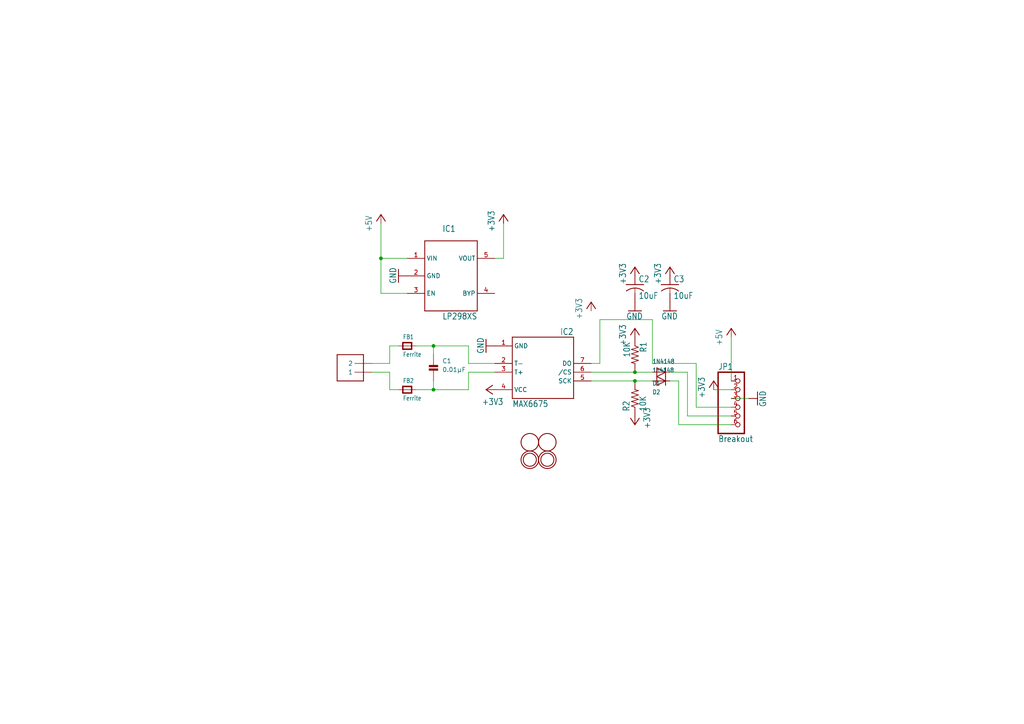
<source format=kicad_sch>
(kicad_sch (version 20230121) (generator eeschema)
  (paper "A4")
  (lib_symbols
    (symbol "Adafruit_MAX31855 v2-eagle-import:+3V3" (power)
      (property "Value" "+3V3" (at -2.54 -5.08 90))
      (symbol "+3V3_1_0"
        (polyline (pts (xy 0 0) (xy -1.27 -1.905)) (stroke (width 0.254)))
        (polyline (pts (xy 1.27 -1.905) (xy 0 0)) (stroke (width 0.254)))
        (pin power_in line (at 0 -2.54 90) (length 2.54) (name "+3V3") (number "1"))
      )
    )
    (symbol "Adafruit_MAX31855 v2-eagle-import:+5V" (power)
      (property "Value" "+5V" (at -2.54 -5.08 90))
      (symbol "+5V_1_0"
        (polyline (pts (xy 0 0) (xy -1.27 -1.905)) (stroke (width 0.254)))
        (polyline (pts (xy 1.27 -1.905) (xy 0 0)) (stroke (width 0.254)))
        (pin power_in line (at 0 -2.54 90) (length 2.54) (name "+5V") (number "1"))
      )
    )
    (symbol "Adafruit_MAX31855 v2-eagle-import:1X2-3.5MM"
      (symbol "1X2-3.5MM_1_0"
        (polyline (pts (xy -2.54 -2.54) (xy 5.08 -2.54)) (stroke (width 0.254)))
        (polyline (pts (xy -2.54 5.08) (xy -2.54 -2.54)) (stroke (width 0.254)))
        (polyline (pts (xy 5.08 -2.54) (xy 5.08 5.08)) (stroke (width 0.254)))
        (polyline (pts (xy 5.08 5.08) (xy -2.54 5.08)) (stroke (width 0.254)))
        (pin passive line (at -5.08 2.54 0) (length 5.08) (name "1") (number "1"))
        (pin passive line (at -5.08 0 0) (length 5.08) (name "2") (number "2"))
      )
    )
    (symbol "Adafruit_MAX31855 v2-eagle-import:C-USC0805K"
      (property "Reference" "C" (at 1.016 0.635 0))
      (symbol "C-USC0805K_1_0"
        (arc (start 0 -1.0161) (mid -1.302 -1.2303) (end -2.4668 -1.8504) (stroke (width 0.254)))
        (polyline (pts (xy -2.54 0) (xy 2.54 0)) (stroke (width 0.254)))
        (polyline (pts (xy 0 -1.016) (xy 0 -2.54)) (stroke (width 0.1524)))
        (arc (start 2.4892 -1.8541) (mid 1.3158 -1.2194) (end 0 -1) (stroke (width 0.254)))
        (pin passive line (at 0 2.54 270) (length 2.54) (name "1") (number "1"))
        (pin passive line (at 0 -5.08 90) (length 2.54) (name "2") (number "2"))
      )
    )
    (symbol "Adafruit_MAX31855 v2-eagle-import:CAP_CERAMIC_0805"
      (property "Reference" "C" (at 2.54 2.54 0))
      (symbol "CAP_CERAMIC_0805_1_0"
        (rectangle (start -1.27 0.508) (end 1.27 1.016) (fill (type outline)))
        (rectangle (start -1.27 1.524) (end 1.27 2.032) (fill (type outline)))
        (polyline (pts (xy 0 0.762) (xy 0 0)) (stroke (width 0.1524)))
        (polyline (pts (xy 0 2.54) (xy 0 1.778)) (stroke (width 0.1524)))
        (pin passive line (at 0 5.08 270) (length 2.54) (name "P$1") (number "1"))
        (pin passive line (at 0 -2.54 90) (length 2.54) (name "P$2") (number "2"))
      )
    )
    (symbol "Adafruit_MAX31855 v2-eagle-import:DIODESOD-323F"
      (property "Reference" "D" (at -2.54 2.54 0))
      (symbol "DIODESOD-323F_1_0"
        (polyline (pts (xy -1.27 -1.27) (xy 1.27 0)) (stroke (width 0.254)))
        (polyline (pts (xy -1.27 1.27) (xy -1.27 -1.27)) (stroke (width 0.254)))
        (polyline (pts (xy 1.27 0) (xy -1.27 1.27)) (stroke (width 0.254)))
        (polyline (pts (xy 1.27 0) (xy 1.27 -1.27)) (stroke (width 0.254)))
        (polyline (pts (xy 1.27 1.27) (xy 1.27 0)) (stroke (width 0.254)))
        (pin passive line (at -2.54 0 0) (length 2.54) (name "A") (number "A"))
        (pin passive line (at 2.54 0 180) (length 2.54) (name "C") (number "C"))
      )
    )
    (symbol "Adafruit_MAX31855 v2-eagle-import:FERRITE_0805"
      (property "Reference" "FB" (at -1.27 1.905 0))
      (symbol "FERRITE_0805_1_0"
        (polyline (pts (xy -1.27 -0.9525) (xy -1.27 0.9525)) (stroke (width 0.4064)))
        (polyline (pts (xy -1.27 0.9525) (xy 1.27 0.9525)) (stroke (width 0.4064)))
        (polyline (pts (xy 1.27 -0.9525) (xy -1.27 -0.9525)) (stroke (width 0.4064)))
        (polyline (pts (xy 1.27 0.9525) (xy 1.27 -0.9525)) (stroke (width 0.4064)))
        (pin passive line (at -2.54 0 0) (length 2.54) (name "P$1") (number "1"))
        (pin passive line (at 2.54 0 180) (length 2.54) (name "P$2") (number "2"))
      )
    )
    (symbol "Adafruit_MAX31855 v2-eagle-import:FIDUCIAL"
      (symbol "FIDUCIAL_1_0"
        (circle (center 0 0) (radius 2.54) (stroke (width 0.254)))
      )
    )
    (symbol "Adafruit_MAX31855 v2-eagle-import:GND" (power)
      (property "Value" "GND" (at -2.54 -2.54 0))
      (symbol "GND_1_0"
        (polyline (pts (xy -1.905 0) (xy 1.905 0)) (stroke (width 0.254)))
        (pin power_in line (at 0 2.54 270) (length 2.54) (name "GND") (number "1"))
      )
    )
    (symbol "Adafruit_MAX31855 v2-eagle-import:HEADER-1X676MIL"
      (property "Reference" "JP" (at -6.35 10.795 0))
      (symbol "HEADER-1X676MIL_1_0"
        (polyline (pts (xy -6.35 -7.62) (xy 1.27 -7.62)) (stroke (width 0.4064)))
        (polyline (pts (xy -6.35 10.16) (xy -6.35 -7.62)) (stroke (width 0.4064)))
        (polyline (pts (xy 1.27 -7.62) (xy 1.27 10.16)) (stroke (width 0.4064)))
        (polyline (pts (xy 1.27 10.16) (xy -6.35 10.16)) (stroke (width 0.4064)))
        (pin passive inverted (at -2.54 7.62 0) (length 2.54) (name "1") (number "1"))
        (pin passive inverted (at -2.54 5.08 0) (length 2.54) (name "2") (number "2"))
        (pin passive inverted (at -2.54 2.54 0) (length 2.54) (name "3") (number "3"))
        (pin passive inverted (at -2.54 0 0) (length 2.54) (name "4") (number "4"))
        (pin passive inverted (at -2.54 -2.54 0) (length 2.54) (name "5") (number "5"))
        (pin passive inverted (at -2.54 -5.08 0) (length 2.54) (name "6") (number "6"))
      )
    )
    (symbol "Adafruit_MAX31855 v2-eagle-import:LP298XS"
      (property "Reference" "IC" (at -12.7 -5.08 90))
      (symbol "LP298XS_1_0"
        (polyline (pts (xy -10.16 -10.16) (xy 10.16 -10.16)) (stroke (width 0.254)))
        (polyline (pts (xy -10.16 5.08) (xy -10.16 -10.16)) (stroke (width 0.254)))
        (polyline (pts (xy 10.16 -10.16) (xy 10.16 5.08)) (stroke (width 0.254)))
        (polyline (pts (xy 10.16 5.08) (xy -10.16 5.08)) (stroke (width 0.254)))
        (pin bidirectional line (at -5.08 -15.24 90) (length 5.08) (name "VIN") (number "1"))
        (pin bidirectional line (at 0 -15.24 90) (length 5.08) (name "GND") (number "2"))
        (pin bidirectional line (at 5.08 -15.24 90) (length 5.08) (name "EN") (number "3"))
        (pin bidirectional line (at 5.08 10.16 270) (length 5.08) (name "BYP") (number "4"))
        (pin bidirectional line (at -5.08 10.16 270) (length 5.08) (name "VOUT") (number "5"))
      )
    )
    (symbol "Adafruit_MAX31855 v2-eagle-import:MAX6675"
      (property "Reference" "IC" (at 10.16 7.62 0))
      (symbol "MAX6675_1_0"
        (polyline (pts (xy -7.62 -12.7) (xy -7.62 5.08)) (stroke (width 0.254)))
        (polyline (pts (xy -7.62 5.08) (xy 10.16 5.08)) (stroke (width 0.254)))
        (polyline (pts (xy 10.16 -12.7) (xy -7.62 -12.7)) (stroke (width 0.254)))
        (polyline (pts (xy 10.16 5.08) (xy 10.16 -12.7)) (stroke (width 0.254)))
        (pin power_in line (at -12.7 2.54 0) (length 5.08) (name "GND") (number "1"))
        (pin input line (at -12.7 -2.54 0) (length 5.08) (name "T-") (number "2"))
        (pin input line (at -12.7 -5.08 0) (length 5.08) (name "T+") (number "3"))
        (pin power_in line (at -12.7 -10.16 0) (length 5.08) (name "VCC") (number "4"))
        (pin input line (at 15.24 -7.62 180) (length 5.08) (name "SCK") (number "5"))
        (pin input line (at 15.24 -5.08 180) (length 5.08) (name "/CS") (number "6"))
        (pin output line (at 15.24 -2.54 180) (length 5.08) (name "DO") (number "7"))
      )
    )
    (symbol "Adafruit_MAX31855 v2-eagle-import:MOUNTINGHOLE2.0"
      (symbol "MOUNTINGHOLE2.0_1_0"
        (circle (center 0 0) (radius 1.905) (stroke (width 0.254)))
        (circle (center 0 0) (radius 2.54) (stroke (width 0.254)))
      )
    )
    (symbol "Adafruit_MAX31855 v2-eagle-import:R-US_R0805"
      (property "Reference" "R" (at -3.81 1.4986 0))
      (symbol "R-US_R0805_1_0"
        (polyline (pts (xy -2.54 0) (xy -2.159 1.016)) (stroke (width 0.2032)))
        (polyline (pts (xy -2.159 1.016) (xy -1.524 -1.016)) (stroke (width 0.2032)))
        (polyline (pts (xy -1.524 -1.016) (xy -0.889 1.016)) (stroke (width 0.2032)))
        (polyline (pts (xy -0.889 1.016) (xy -0.254 -1.016)) (stroke (width 0.2032)))
        (polyline (pts (xy -0.254 -1.016) (xy 0.381 1.016)) (stroke (width 0.2032)))
        (polyline (pts (xy 0.381 1.016) (xy 1.016 -1.016)) (stroke (width 0.2032)))
        (polyline (pts (xy 1.016 -1.016) (xy 1.651 1.016)) (stroke (width 0.2032)))
        (polyline (pts (xy 1.651 1.016) (xy 2.286 -1.016)) (stroke (width 0.2032)))
        (polyline (pts (xy 2.286 -1.016) (xy 2.54 0)) (stroke (width 0.2032)))
        (pin passive line (at -5.08 0 0) (length 2.54) (name "1") (number "1"))
        (pin passive line (at 5.08 0 180) (length 2.54) (name "2") (number "2"))
      )
    )
  )
  (junction (at 184.15 107.95))
  (junction (at 110.49 74.93))
  (junction (at 184.15 110.49))
  (junction (at 125.73 113.03))
  (junction (at 125.73 100.33))
  (wire (pts (xy 173.99 92.71) (xy 189.23 92.71)) (stroke (width 0.1524)))
  (wire (pts (xy 113.03 105.41) (xy 113.03 100.33)) (stroke (width 0.1524)))
  (wire (pts (xy 125.73 113.03) (xy 135.89 113.03)) (stroke (width 0.1524)))
  (wire (pts (xy 189.23 105.41) (xy 201.93 105.41)) (stroke (width 0.1524)))
  (wire (pts (xy 110.49 64.77) (xy 110.49 74.93)) (stroke (width 0.1524)))
  (wire (pts (xy 125.73 113.03) (xy 125.73 110.49)) (stroke (width 0.1524)))
  (wire (pts (xy 110.49 74.93) (xy 118.11 74.93)) (stroke (width 0.1524)))
  (wire (pts (xy 184.15 110.49) (xy 189.23 110.49)) (stroke (width 0.1524)))
  (wire (pts (xy 135.89 100.33) (xy 135.89 105.41)) (stroke (width 0.1524)))
  (wire (pts (xy 199.39 120.65) (xy 212.09 120.65)) (stroke (width 0.1524)))
  (wire (pts (xy 113.03 100.33) (xy 115.57 100.33)) (stroke (width 0.1524)))
  (wire (pts (xy 201.93 118.11) (xy 212.09 118.11)) (stroke (width 0.1524)))
  (wire (pts (xy 120.65 113.03) (xy 125.73 113.03)) (stroke (width 0.1524)))
  (wire (pts (xy 113.03 113.03) (xy 115.57 113.03)) (stroke (width 0.1524)))
  (wire (pts (xy 107.95 105.41) (xy 113.03 105.41)) (stroke (width 0.1524)))
  (wire (pts (xy 113.03 107.95) (xy 113.03 113.03)) (stroke (width 0.1524)))
  (wire (pts (xy 212.09 97.79) (xy 212.09 110.49)) (stroke (width 0.1524)))
  (wire (pts (xy 125.73 100.33) (xy 135.89 100.33)) (stroke (width 0.1524)))
  (wire (pts (xy 189.23 92.71) (xy 189.23 105.41)) (stroke (width 0.1524)))
  (wire (pts (xy 120.65 100.33) (xy 125.73 100.33)) (stroke (width 0.1524)))
  (wire (pts (xy 194.31 110.49) (xy 196.85 110.49)) (stroke (width 0.1524)))
  (wire (pts (xy 173.99 105.41) (xy 173.99 92.71)) (stroke (width 0.1524)))
  (wire (pts (xy 201.93 105.41) (xy 201.93 118.11)) (stroke (width 0.1524)))
  (wire (pts (xy 135.89 113.03) (xy 135.89 107.95)) (stroke (width 0.1524)))
  (wire (pts (xy 196.85 110.49) (xy 196.85 123.19)) (stroke (width 0.1524)))
  (wire (pts (xy 199.39 107.95) (xy 199.39 120.65)) (stroke (width 0.1524)))
  (wire (pts (xy 196.85 123.19) (xy 212.09 123.19)) (stroke (width 0.1524)))
  (wire (pts (xy 107.95 107.95) (xy 113.03 107.95)) (stroke (width 0.1524)))
  (wire (pts (xy 194.31 107.95) (xy 199.39 107.95)) (stroke (width 0.1524)))
  (wire (pts (xy 184.15 107.95) (xy 189.23 107.95)) (stroke (width 0.1524)))
  (wire (pts (xy 146.05 64.77) (xy 146.05 74.93)) (stroke (width 0.1524)))
  (wire (pts (xy 173.99 105.41) (xy 171.45 105.41)) (stroke (width 0.1524)))
  (wire (pts (xy 146.05 74.93) (xy 143.51 74.93)) (stroke (width 0.1524)))
  (wire (pts (xy 184.15 110.49) (xy 171.45 110.49)) (stroke (width 0.1524)))
  (wire (pts (xy 110.49 74.93) (xy 110.49 85.09)) (stroke (width 0.1524)))
  (wire (pts (xy 217.17 115.57) (xy 212.09 115.57)) (stroke (width 0.1524)))
  (wire (pts (xy 110.49 85.09) (xy 118.11 85.09)) (stroke (width 0.1524)))
  (wire (pts (xy 184.15 107.95) (xy 171.45 107.95)) (stroke (width 0.1524)))
  (wire (pts (xy 125.73 100.33) (xy 125.73 102.87)) (stroke (width 0.1524)))
  (wire (pts (xy 135.89 105.41) (xy 143.51 105.41)) (stroke (width 0.1524)))
  (wire (pts (xy 207.01 113.03) (xy 212.09 113.03)) (stroke (width 0.1524)))
  (wire (pts (xy 135.89 107.95) (xy 143.51 107.95)) (stroke (width 0.1524)))
  (symbol (lib_id "Adafruit_MAX31855 v2-eagle-import:FERRITE_0805") (at 118.11 113.03 0) (unit 1)
    (property "Reference" "FB2" (at 116.84 111.125 0) (effects (font (size 1.27 1.0795)) (justify left bottom)))
    (property "Value" "Ferrite" (at 116.84 116.205 0) (effects (font (size 1.27 1.0795)) (justify left bottom)))
    (property "Footprint" "Adafruit_MAX31855 v2:_0805" (effects hide))
    (instances (project "datalogger" (path "" (reference "FB2") (unit 1)) (path "" (reference "FB2") (unit 1)) (path "" (reference "FB4") (unit 1))) (project "Adafruit_MAX31855 v2" (path "" (reference "FB2") (unit 1))))
  )
  (symbol (lib_id "Adafruit_MAX31855 v2-eagle-import:CAP_CERAMIC_0805") (at 125.73 107.95 0) (unit 1)
    (property "Reference" "C1" (at 128.27 105.41 0) (effects (justify left bottom)))
    (property "Value" "0.01µF" (at 128.27 107.95 0) (effects (justify left bottom)))
    (property "Footprint" "Adafruit_MAX31855 v2:_0805" (effects hide))
    (instances (project "datalogger" (path "" (reference "C1") (unit 1)) (path "" (reference "C1") (unit 1)) (path "" (reference "C4") (unit 1))) (project "Adafruit_MAX31855 v2" (path "" (reference "C3") (unit 1))))
  )
  (symbol (lib_id "Adafruit_MAX31855 v2-eagle-import:GND") (at 219.71 115.57 90) (unit 1)
    (property "Reference" "#GND05" (effects hide))
    (property "Value" "GND" (at 222.25 118.11 0) (effects (font (size 1.778 1.5113)) (justify left bottom)))
    (instances (project "datalogger" (path "" (reference "#GND05") (unit 1)) (path "" (reference "#GND05") (unit 1)) (path "" (reference "#GND010") (unit 1))) (project "Adafruit_MAX31855 v2" (path "" (reference "#GND03") (unit 1))))
  )
  (symbol (lib_id "Adafruit_MAX31855 v2-eagle-import:+3V3") (at 171.45 87.63 0) (unit 1)
    (property "Reference" "#+3V03" (effects hide))
    (property "Value" "+3V3" (at 168.91 92.71 90) (effects (font (size 1.778 1.5113)) (justify left bottom)))
    (instances (project "datalogger" (path "" (reference "#+3V03") (unit 1)) (path "" (reference "#+3V03") (unit 1)) (path "" (reference "#+3V011") (unit 1))) (project "Adafruit_MAX31855 v2" (path "" (reference "#+3V02") (unit 1))))
  )
  (symbol (lib_id "Adafruit_MAX31855 v2-eagle-import:C-USC0805K") (at 194.31 82.55 0) (unit 1)
    (property "Reference" "C3" (at 195.326 81.915 0) (effects (font (size 1.778 1.5113)) (justify left bottom)))
    (property "Value" "10uF" (at 195.326 86.741 0) (effects (font (size 1.778 1.5113)) (justify left bottom)))
    (property "Footprint" "Adafruit_MAX31855 v2:C0805K" (effects hide))
    (instances (project "datalogger" (path "" (reference "C3") (unit 1)) (path "" (reference "C3") (unit 1)) (path "" (reference "C6") (unit 1))) (project "Adafruit_MAX31855 v2" (path "" (reference "C2") (unit 1))))
  )
  (symbol (lib_id "Adafruit_MAX31855 v2-eagle-import:DIODESOD-323F") (at 191.77 110.49 0) (mirror x) (unit 1)
    (property "Reference" "D2" (at 189.23 113.03 0) (effects (font (size 1.27 1.0795)) (justify left bottom)))
    (property "Value" "1n4148" (at 189.23 106.68 0) (effects (font (size 1.27 1.0795)) (justify left bottom)))
    (property "Footprint" "Adafruit_MAX31855 v2:SOD-323F" (effects hide))
    (instances (project "datalogger" (path "" (reference "D2") (unit 1)) (path "" (reference "D2") (unit 1)) (path "" (reference "D4") (unit 1))) (project "Adafruit_MAX31855 v2" (path "" (reference "D1") (unit 1))))
  )
  (symbol (lib_id "Adafruit_MAX31855 v2-eagle-import:MAX6675") (at 156.21 102.87 0) (unit 1)
    (property "Reference" "IC2" (at 166.37 95.25 0) (effects (font (size 1.778 1.5113)) (justify right top)))
    (property "Value" "MAX6675" (at 148.59 118.11 0) (effects (font (size 1.778 1.5113)) (justify left bottom)))
    (property "Footprint" "Adafruit_MAX31855 v2:SO08" (effects hide))
    (instances (project "datalogger" (path "" (reference "IC2") (unit 1)) (path "" (reference "IC2") (unit 1)) (path "" (reference "IC4") (unit 1))) (project "Adafruit_MAX31855 v2" (path "" (reference "IC1") (unit 1))))
  )
  (symbol (lib_id "Adafruit_MAX31855 v2-eagle-import:R-US_R0805") (at 184.15 102.87 270) (unit 1)
    (property "Reference" "R1" (at 185.6486 99.06 0) (effects (font (size 1.778 1.5113)) (justify left bottom)))
    (property "Value" "10K" (at 180.848 99.06 0) (effects (font (size 1.778 1.5113)) (justify left bottom)))
    (property "Footprint" "Adafruit_MAX31855 v2:R0805" (effects hide))
    (instances (project "datalogger" (path "" (reference "R1") (unit 1)) (path "" (reference "R1") (unit 1)) (path "" (reference "R3") (unit 1))) (project "Adafruit_MAX31855 v2" (path "" (reference "R2") (unit 1))))
  )
  (symbol (lib_id "Adafruit_MAX31855 v2-eagle-import:GND") (at 140.97 100.33 270) (unit 1)
    (property "Reference" "#GND02" (effects hide))
    (property "Value" "GND" (at 138.43 97.79 0) (effects (font (size 1.778 1.5113)) (justify left bottom)))
    (instances (project "datalogger" (path "" (reference "#GND02") (unit 1)) (path "" (reference "#GND02") (unit 1)) (path "" (reference "#GND07") (unit 1))) (project "Adafruit_MAX31855 v2" (path "" (reference "#GND01") (unit 1))))
  )
  (symbol (lib_id "Adafruit_MAX31855 v2-eagle-import:1X2-3.5MM") (at 102.87 105.41 180) (unit 1)
    (property "Reference" "J1" (effects hide))
    (property "Value" "1X2-3.5MM" (effects hide))
    (property "Footprint" "Adafruit_MAX31855 v2:1X2-3.5MM" (effects hide))
    (instances (project "datalogger" (path "" (reference "J1") (unit 1)) (path "" (reference "J1") (unit 1)) (path "" (reference "J2") (unit 1))) (project "Adafruit_MAX31855 v2" (path "" (reference "J1") (unit 1))))
  )
  (symbol (lib_id "Adafruit_MAX31855 v2-eagle-import:GND") (at 115.57 80.01 270) (unit 1)
    (property "Reference" "#GND01" (effects hide))
    (property "Value" "GND" (at 113.03 77.47 0) (effects (font (size 1.778 1.5113)) (justify left bottom)))
    (instances (project "datalogger" (path "" (reference "#GND01") (unit 1)) (path "" (reference "#GND01") (unit 1)) (path "" (reference "#GND06") (unit 1))) (project "Adafruit_MAX31855 v2" (path "" (reference "#GND07") (unit 1))))
  )
  (symbol (lib_id "Adafruit_MAX31855 v2-eagle-import:MOUNTINGHOLE2.0") (at 153.67 133.35 0) (unit 1)
    (property "Reference" "U$2" (effects hide))
    (property "Value" "MOUNTINGHOLE2.0" (effects hide))
    (property "Footprint" "Adafruit_MAX31855 v2:MOUNTINGHOLE_2.0_PLATED" (effects hide))
    (instances (project "datalogger" (path "" (reference "U$2") (unit 1)) (path "" (reference "U$2") (unit 1)) (path "" (reference "U$6") (unit 1))) (project "Adafruit_MAX31855 v2" (path "" (reference "U$4") (unit 1))))
  )
  (symbol (lib_id "Adafruit_MAX31855 v2-eagle-import:FIDUCIAL") (at 153.67 128.27 0) (unit 1)
    (property "Reference" "U$1" (effects hide))
    (property "Value" "FIDUCIAL" (effects hide))
    (property "Footprint" "Adafruit_MAX31855 v2:FIDUCIAL_1MM" (effects hide))
    (instances (project "datalogger" (path "" (reference "U$1") (unit 1)) (path "" (reference "U$1") (unit 1)) (path "" (reference "U$5") (unit 1))) (project "Adafruit_MAX31855 v2" (path "" (reference "U$1") (unit 1))))
  )
  (symbol (lib_id "Adafruit_MAX31855 v2-eagle-import:GND") (at 184.15 90.17 0) (unit 1)
    (property "Reference" "#GND03" (effects hide))
    (property "Value" "GND" (at 181.61 92.71 0) (effects (font (size 1.778 1.5113)) (justify left bottom)))
    (instances (project "datalogger" (path "" (reference "#GND03") (unit 1)) (path "" (reference "#GND03") (unit 1)) (path "" (reference "#GND08") (unit 1))) (project "Adafruit_MAX31855 v2" (path "" (reference "#GND02") (unit 1))))
  )
  (symbol (lib_id "Adafruit_MAX31855 v2-eagle-import:+3V3") (at 140.97 113.03 90) (unit 1)
    (property "Reference" "#+3V01" (effects hide))
    (property "Value" "+3V3" (at 146.05 115.57 90) (effects (font (size 1.778 1.5113)) (justify left bottom)))
    (instances (project "datalogger" (path "" (reference "#+3V01") (unit 1)) (path "" (reference "#+3V01") (unit 1)) (path "" (reference "#+3V09") (unit 1))) (project "Adafruit_MAX31855 v2" (path "" (reference "#+3V03") (unit 1))))
  )
  (symbol (lib_id "Adafruit_MAX31855 v2-eagle-import:LP298XS") (at 133.35 80.01 270) (unit 1)
    (property "Reference" "IC1" (at 128.27 67.31 90) (effects (font (size 1.778 1.5113)) (justify left bottom)))
    (property "Value" "LP298XS" (at 128.27 92.71 90) (effects (font (size 1.778 1.5113)) (justify left bottom)))
    (property "Footprint" "Adafruit_MAX31855 v2:SOT23-5L" (effects hide))
    (instances (project "datalogger" (path "" (reference "IC1") (unit 1)) (path "" (reference "IC1") (unit 1)) (path "" (reference "IC3") (unit 1))) (project "Adafruit_MAX31855 v2" (path "" (reference "IC2") (unit 1))))
  )
  (symbol (lib_id "Adafruit_MAX31855 v2-eagle-import:+3V3") (at 184.15 95.25 0) (unit 1)
    (property "Reference" "#+3V05" (effects hide))
    (property "Value" "+3V3" (at 181.61 100.33 90) (effects (font (size 1.778 1.5113)) (justify left bottom)))
    (instances (project "datalogger" (path "" (reference "#+3V05") (unit 1)) (path "" (reference "#+3V05") (unit 1)) (path "" (reference "#+3V013") (unit 1))) (project "Adafruit_MAX31855 v2" (path "" (reference "#+3V07") (unit 1))))
  )
  (symbol (lib_id "Adafruit_MAX31855 v2-eagle-import:R-US_R0805") (at 184.15 115.57 90) (unit 1)
    (property "Reference" "R2" (at 182.6514 119.38 0) (effects (font (size 1.778 1.5113)) (justify left bottom)))
    (property "Value" "10K" (at 187.452 119.38 0) (effects (font (size 1.778 1.5113)) (justify left bottom)))
    (property "Footprint" "Adafruit_MAX31855 v2:R0805" (effects hide))
    (instances (project "datalogger" (path "" (reference "R2") (unit 1)) (path "" (reference "R2") (unit 1)) (path "" (reference "R4") (unit 1))) (project "Adafruit_MAX31855 v2" (path "" (reference "R1") (unit 1))))
  )
  (symbol (lib_id "Adafruit_MAX31855 v2-eagle-import:GND") (at 194.31 90.17 0) (unit 1)
    (property "Reference" "#GND04" (effects hide))
    (property "Value" "GND" (at 191.77 92.71 0) (effects (font (size 1.778 1.5113)) (justify left bottom)))
    (instances (project "datalogger" (path "" (reference "#GND04") (unit 1)) (path "" (reference "#GND04") (unit 1)) (path "" (reference "#GND09") (unit 1))) (project "Adafruit_MAX31855 v2" (path "" (reference "#GND04") (unit 1))))
  )
  (symbol (lib_id "Adafruit_MAX31855 v2-eagle-import:+3V3") (at 184.15 77.47 0) (unit 1)
    (property "Reference" "#+3V04" (effects hide))
    (property "Value" "+3V3" (at 181.61 82.55 90) (effects (font (size 1.778 1.5113)) (justify left bottom)))
    (instances (project "datalogger" (path "" (reference "#+3V04") (unit 1)) (path "" (reference "#+3V04") (unit 1)) (path "" (reference "#+3V012") (unit 1))) (project "Adafruit_MAX31855 v2" (path "" (reference "#+3V04") (unit 1))))
  )
  (symbol (lib_id "Adafruit_MAX31855 v2-eagle-import:DIODESOD-323F") (at 191.77 107.95 0) (mirror x) (unit 1)
    (property "Reference" "D1" (at 189.23 110.49 0) (effects (font (size 1.27 1.0795)) (justify left bottom)))
    (property "Value" "1N4148" (at 189.23 104.14 0) (effects (font (size 1.27 1.0795)) (justify left bottom)))
    (property "Footprint" "Adafruit_MAX31855 v2:SOD-323F" (effects hide))
    (instances (project "datalogger" (path "" (reference "D1") (unit 1)) (path "" (reference "D1") (unit 1)) (path "" (reference "D3") (unit 1))) (project "Adafruit_MAX31855 v2" (path "" (reference "D2") (unit 1))))
  )
  (symbol (lib_id "Adafruit_MAX31855 v2-eagle-import:+3V3") (at 207.01 110.49 0) (unit 1)
    (property "Reference" "#+3V08" (effects hide))
    (property "Value" "+3V3" (at 204.47 115.57 90) (effects (font (size 1.778 1.5113)) (justify left bottom)))
    (instances (project "datalogger" (path "" (reference "#+3V08") (unit 1)) (path "" (reference "#+3V08") (unit 1)) (path "" (reference "#+3V016") (unit 1))) (project "Adafruit_MAX31855 v2" (path "" (reference "#+3V01") (unit 1))))
  )
  (symbol (lib_id "Adafruit_MAX31855 v2-eagle-import:FERRITE_0805") (at 118.11 100.33 0) (unit 1)
    (property "Reference" "FB1" (at 116.84 98.425 0) (effects (font (size 1.27 1.0795)) (justify left bottom)))
    (property "Value" "Ferrite" (at 116.84 103.505 0) (effects (font (size 1.27 1.0795)) (justify left bottom)))
    (property "Footprint" "Adafruit_MAX31855 v2:_0805" (effects hide))
    (instances (project "datalogger" (path "" (reference "FB1") (unit 1)) (path "" (reference "FB1") (unit 1)) (path "" (reference "FB3") (unit 1))) (project "Adafruit_MAX31855 v2" (path "" (reference "FB1") (unit 1))))
  )
  (symbol (lib_id "Adafruit_MAX31855 v2-eagle-import:+3V3") (at 194.31 77.47 0) (unit 1)
    (property "Reference" "#+3V07" (effects hide))
    (property "Value" "+3V3" (at 191.77 82.55 90) (effects (font (size 1.778 1.5113)) (justify left bottom)))
    (instances (project "datalogger" (path "" (reference "#+3V07") (unit 1)) (path "" (reference "#+3V07") (unit 1)) (path "" (reference "#+3V015") (unit 1))) (project "Adafruit_MAX31855 v2" (path "" (reference "#+3V05") (unit 1))))
  )
  (symbol (lib_id "Adafruit_MAX31855 v2-eagle-import:+5V") (at 110.49 62.23 0) (unit 1)
    (property "Reference" "#P+01" (effects hide))
    (property "Value" "+5V" (at 107.95 67.31 90) (effects (font (size 1.778 1.5113)) (justify left bottom)))
    (instances (project "datalogger" (path "" (reference "#P+01") (unit 1)) (path "" (reference "#P+01") (unit 1)) (path "" (reference "#P+03") (unit 1))) (project "Adafruit_MAX31855 v2" (path "" (reference "#P+01") (unit 1))))
  )
  (symbol (lib_id "Adafruit_MAX31855 v2-eagle-import:FIDUCIAL") (at 158.75 128.27 0) (unit 1)
    (property "Reference" "U$3" (effects hide))
    (property "Value" "FIDUCIAL" (effects hide))
    (property "Footprint" "Adafruit_MAX31855 v2:FIDUCIAL_1MM" (effects hide))
    (instances (project "datalogger" (path "" (reference "U$3") (unit 1)) (path "" (reference "U$3") (unit 1)) (path "" (reference "U$7") (unit 1))) (project "Adafruit_MAX31855 v2" (path "" (reference "U$2") (unit 1))))
  )
  (symbol (lib_id "Adafruit_MAX31855 v2-eagle-import:C-USC0805K") (at 184.15 82.55 0) (unit 1)
    (property "Reference" "C2" (at 185.166 81.915 0) (effects (font (size 1.778 1.5113)) (justify left bottom)))
    (property "Value" "10uF" (at 185.166 86.741 0) (effects (font (size 1.778 1.5113)) (justify left bottom)))
    (property "Footprint" "Adafruit_MAX31855 v2:C0805K" (effects hide))
    (instances (project "datalogger" (path "" (reference "C2") (unit 1)) (path "" (reference "C2") (unit 1)) (path "" (reference "C5") (unit 1))) (project "Adafruit_MAX31855 v2" (path "" (reference "C1") (unit 1))))
  )
  (symbol (lib_id "Adafruit_MAX31855 v2-eagle-import:+3V3") (at 146.05 62.23 0) (unit 1)
    (property "Reference" "#+3V02" (effects hide))
    (property "Value" "+3V3" (at 143.51 67.31 90) (effects (font (size 1.778 1.5113)) (justify left bottom)))
    (instances (project "datalogger" (path "" (reference "#+3V02") (unit 1)) (path "" (reference "#+3V02") (unit 1)) (path "" (reference "#+3V010") (unit 1))) (project "Adafruit_MAX31855 v2" (path "" (reference "#+3V06") (unit 1))))
  )
  (symbol (lib_id "Adafruit_MAX31855 v2-eagle-import:HEADER-1X676MIL") (at 214.63 118.11 0) (unit 1)
    (property "Reference" "JP1" (at 208.28 107.315 0) (effects (font (size 1.778 1.5113)) (justify left bottom)))
    (property "Value" "Breakout" (at 208.28 128.27 0) (effects (font (size 1.778 1.5113)) (justify left bottom)))
    (property "Footprint" "Adafruit_MAX31855 v2:1X06_ROUND_76" (effects hide))
    (instances (project "datalogger" (path "" (reference "JP1") (unit 1)) (path "" (reference "JP1") (unit 1)) (path "" (reference "JP2") (unit 1))) (project "Adafruit_MAX31855 v2" (path "" (reference "JP1") (unit 1))))
  )
  (symbol (lib_id "Adafruit_MAX31855 v2-eagle-import:MOUNTINGHOLE2.0") (at 158.75 133.35 0) (unit 1)
    (property "Reference" "U$4" (effects hide))
    (property "Value" "MOUNTINGHOLE2.0" (effects hide))
    (property "Footprint" "Adafruit_MAX31855 v2:MOUNTINGHOLE_2.0_PLATED" (effects hide))
    (instances (project "datalogger" (path "" (reference "U$4") (unit 1)) (path "" (reference "U$4") (unit 1)) (path "" (reference "U$8") (unit 1))) (project "Adafruit_MAX31855 v2" (path "" (reference "U$5") (unit 1))))
  )
  (symbol (lib_id "Adafruit_MAX31855 v2-eagle-import:+5V") (at 212.09 95.25 0) (unit 1)
    (property "Reference" "#P+02" (effects hide))
    (property "Value" "+5V" (at 209.55 100.33 90) (effects (font (size 1.778 1.5113)) (justify left bottom)))
    (instances (project "datalogger" (path "" (reference "#P+02") (unit 1)) (path "" (reference "#P+02") (unit 1)) (path "" (reference "#P+04") (unit 1))) (project "Adafruit_MAX31855 v2" (path "" (reference "#P+02") (unit 1))))
  )
  (symbol (lib_id "Adafruit_MAX31855 v2-eagle-import:+3V3") (at 184.15 123.19 180) (unit 1)
    (property "Reference" "#+3V06" (effects hide))
    (property "Value" "+3V3" (at 186.69 118.11 90) (effects (font (size 1.778 1.5113)) (justify left bottom)))
    (instances (project "datalogger" (path "" (reference "#+3V06") (unit 1)) (path "" (reference "#+3V06") (unit 1)) (path "" (reference "#+3V014") (unit 1))) (project "Adafruit_MAX31855 v2" (path "" (reference "#+3V08") (unit 1))))
  )
)
</source>
